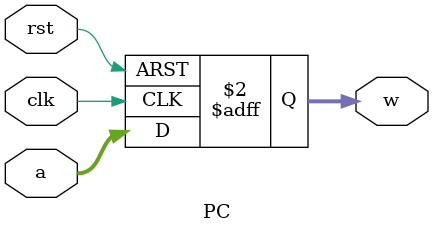
<source format=v>
`timescale 1ns/1ns
module PC(input clk, rst, input[31:0] a, output reg[31:0] w);
  //initial begin
    //w=32'b00000000000000000000000000000000;
	always@(posedge clk, posedge rst) begin
		if(rst)
			w = 32'b00000000000000000000000000000000;
		else
			w <= a;
	end
endmodule

</source>
